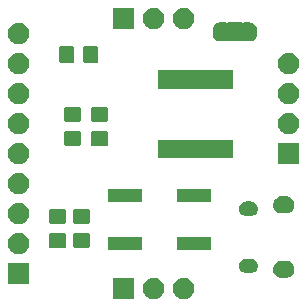
<source format=gbr>
G04 #@! TF.GenerationSoftware,KiCad,Pcbnew,(5.1.5)-3*
G04 #@! TF.CreationDate,2019-12-31T17:34:34+04:00*
G04 #@! TF.ProjectId,stm32f042_devboard,73746d33-3266-4303-9432-5f646576626f,1*
G04 #@! TF.SameCoordinates,Original*
G04 #@! TF.FileFunction,Soldermask,Top*
G04 #@! TF.FilePolarity,Negative*
%FSLAX46Y46*%
G04 Gerber Fmt 4.6, Leading zero omitted, Abs format (unit mm)*
G04 Created by KiCad (PCBNEW (5.1.5)-3) date 2019-12-31 17:34:34*
%MOMM*%
%LPD*%
G04 APERTURE LIST*
%ADD10C,0.100000*%
G04 APERTURE END LIST*
D10*
G36*
X138061000Y-101231000D02*
G01*
X136259000Y-101231000D01*
X136259000Y-99429000D01*
X138061000Y-99429000D01*
X138061000Y-101231000D01*
G37*
G36*
X139806312Y-99432495D02*
G01*
X139962812Y-99463624D01*
X140126784Y-99531544D01*
X140274354Y-99630147D01*
X140399853Y-99755646D01*
X140498456Y-99903216D01*
X140566376Y-100067188D01*
X140601000Y-100241259D01*
X140601000Y-100418741D01*
X140566376Y-100592812D01*
X140498456Y-100756784D01*
X140399853Y-100904354D01*
X140274354Y-101029853D01*
X140126784Y-101128456D01*
X139962812Y-101196376D01*
X139813512Y-101226073D01*
X139788742Y-101231000D01*
X139611258Y-101231000D01*
X139586488Y-101226073D01*
X139437188Y-101196376D01*
X139273216Y-101128456D01*
X139125646Y-101029853D01*
X139000147Y-100904354D01*
X138901544Y-100756784D01*
X138833624Y-100592812D01*
X138799000Y-100418741D01*
X138799000Y-100241259D01*
X138833624Y-100067188D01*
X138901544Y-99903216D01*
X139000147Y-99755646D01*
X139125646Y-99630147D01*
X139273216Y-99531544D01*
X139437188Y-99463624D01*
X139593688Y-99432495D01*
X139611258Y-99429000D01*
X139788742Y-99429000D01*
X139806312Y-99432495D01*
G37*
G36*
X142346312Y-99432495D02*
G01*
X142502812Y-99463624D01*
X142666784Y-99531544D01*
X142814354Y-99630147D01*
X142939853Y-99755646D01*
X143038456Y-99903216D01*
X143106376Y-100067188D01*
X143141000Y-100241259D01*
X143141000Y-100418741D01*
X143106376Y-100592812D01*
X143038456Y-100756784D01*
X142939853Y-100904354D01*
X142814354Y-101029853D01*
X142666784Y-101128456D01*
X142502812Y-101196376D01*
X142353512Y-101226073D01*
X142328742Y-101231000D01*
X142151258Y-101231000D01*
X142126488Y-101226073D01*
X141977188Y-101196376D01*
X141813216Y-101128456D01*
X141665646Y-101029853D01*
X141540147Y-100904354D01*
X141441544Y-100756784D01*
X141373624Y-100592812D01*
X141339000Y-100418741D01*
X141339000Y-100241259D01*
X141373624Y-100067188D01*
X141441544Y-99903216D01*
X141540147Y-99755646D01*
X141665646Y-99630147D01*
X141813216Y-99531544D01*
X141977188Y-99463624D01*
X142133688Y-99432495D01*
X142151258Y-99429000D01*
X142328742Y-99429000D01*
X142346312Y-99432495D01*
G37*
G36*
X129171000Y-99961000D02*
G01*
X127369000Y-99961000D01*
X127369000Y-98159000D01*
X129171000Y-98159000D01*
X129171000Y-99961000D01*
G37*
G36*
X150967213Y-97994502D02*
G01*
X151038321Y-98001505D01*
X151175172Y-98043019D01*
X151175175Y-98043020D01*
X151301294Y-98110432D01*
X151411843Y-98201157D01*
X151502568Y-98311706D01*
X151569980Y-98437825D01*
X151569981Y-98437828D01*
X151611495Y-98574679D01*
X151625512Y-98717000D01*
X151611495Y-98859321D01*
X151596385Y-98909130D01*
X151569980Y-98996175D01*
X151502568Y-99122294D01*
X151411843Y-99232843D01*
X151301294Y-99323568D01*
X151175175Y-99390980D01*
X151175172Y-99390981D01*
X151038321Y-99432495D01*
X150967213Y-99439498D01*
X150931660Y-99443000D01*
X150510340Y-99443000D01*
X150474787Y-99439498D01*
X150403679Y-99432495D01*
X150266828Y-99390981D01*
X150266825Y-99390980D01*
X150140706Y-99323568D01*
X150030157Y-99232843D01*
X149939432Y-99122294D01*
X149872020Y-98996175D01*
X149845615Y-98909130D01*
X149830505Y-98859321D01*
X149816488Y-98717000D01*
X149830505Y-98574679D01*
X149872019Y-98437828D01*
X149872020Y-98437825D01*
X149939432Y-98311706D01*
X150030157Y-98201157D01*
X150140706Y-98110432D01*
X150266825Y-98043020D01*
X150266828Y-98043019D01*
X150403679Y-98001505D01*
X150474787Y-97994502D01*
X150510340Y-97991000D01*
X150931660Y-97991000D01*
X150967213Y-97994502D01*
G37*
G36*
X148038818Y-97814696D02*
G01*
X148152105Y-97849062D01*
X148256512Y-97904869D01*
X148348027Y-97979973D01*
X148423131Y-98071488D01*
X148478938Y-98175895D01*
X148513304Y-98289182D01*
X148524907Y-98407000D01*
X148513304Y-98524818D01*
X148478938Y-98638105D01*
X148423131Y-98742512D01*
X148348027Y-98834027D01*
X148256512Y-98909131D01*
X148152105Y-98964938D01*
X148038818Y-98999304D01*
X147950519Y-99008000D01*
X147491481Y-99008000D01*
X147403182Y-98999304D01*
X147289895Y-98964938D01*
X147185488Y-98909131D01*
X147093973Y-98834027D01*
X147018869Y-98742512D01*
X146963062Y-98638105D01*
X146928696Y-98524818D01*
X146917093Y-98407000D01*
X146928696Y-98289182D01*
X146963062Y-98175895D01*
X147018869Y-98071488D01*
X147093973Y-97979973D01*
X147185488Y-97904869D01*
X147289895Y-97849062D01*
X147403182Y-97814696D01*
X147491481Y-97806000D01*
X147950519Y-97806000D01*
X148038818Y-97814696D01*
G37*
G36*
X128383512Y-95623927D02*
G01*
X128532812Y-95653624D01*
X128696784Y-95721544D01*
X128844354Y-95820147D01*
X128969853Y-95945646D01*
X129068456Y-96093216D01*
X129136376Y-96257188D01*
X129171000Y-96431259D01*
X129171000Y-96608741D01*
X129136376Y-96782812D01*
X129068456Y-96946784D01*
X128969853Y-97094354D01*
X128844354Y-97219853D01*
X128696784Y-97318456D01*
X128532812Y-97386376D01*
X128383512Y-97416073D01*
X128358742Y-97421000D01*
X128181258Y-97421000D01*
X128156488Y-97416073D01*
X128007188Y-97386376D01*
X127843216Y-97318456D01*
X127695646Y-97219853D01*
X127570147Y-97094354D01*
X127471544Y-96946784D01*
X127403624Y-96782812D01*
X127369000Y-96608741D01*
X127369000Y-96431259D01*
X127403624Y-96257188D01*
X127471544Y-96093216D01*
X127570147Y-95945646D01*
X127695646Y-95820147D01*
X127843216Y-95721544D01*
X128007188Y-95653624D01*
X128156488Y-95623927D01*
X128181258Y-95619000D01*
X128358742Y-95619000D01*
X128383512Y-95623927D01*
G37*
G36*
X138759000Y-97039000D02*
G01*
X135857000Y-97039000D01*
X135857000Y-95937000D01*
X138759000Y-95937000D01*
X138759000Y-97039000D01*
G37*
G36*
X144559000Y-97039000D02*
G01*
X141657000Y-97039000D01*
X141657000Y-95937000D01*
X144559000Y-95937000D01*
X144559000Y-97039000D01*
G37*
G36*
X132160674Y-95662465D02*
G01*
X132198367Y-95673899D01*
X132233103Y-95692466D01*
X132263548Y-95717452D01*
X132288534Y-95747897D01*
X132307101Y-95782633D01*
X132318535Y-95820326D01*
X132323000Y-95865661D01*
X132323000Y-96702339D01*
X132318535Y-96747674D01*
X132307101Y-96785367D01*
X132288534Y-96820103D01*
X132263548Y-96850548D01*
X132233103Y-96875534D01*
X132198367Y-96894101D01*
X132160674Y-96905535D01*
X132115339Y-96910000D01*
X131028661Y-96910000D01*
X130983326Y-96905535D01*
X130945633Y-96894101D01*
X130910897Y-96875534D01*
X130880452Y-96850548D01*
X130855466Y-96820103D01*
X130836899Y-96785367D01*
X130825465Y-96747674D01*
X130821000Y-96702339D01*
X130821000Y-95865661D01*
X130825465Y-95820326D01*
X130836899Y-95782633D01*
X130855466Y-95747897D01*
X130880452Y-95717452D01*
X130910897Y-95692466D01*
X130945633Y-95673899D01*
X130983326Y-95662465D01*
X131028661Y-95658000D01*
X132115339Y-95658000D01*
X132160674Y-95662465D01*
G37*
G36*
X134192674Y-95644465D02*
G01*
X134230367Y-95655899D01*
X134265103Y-95674466D01*
X134295548Y-95699452D01*
X134320534Y-95729897D01*
X134339101Y-95764633D01*
X134350535Y-95802326D01*
X134355000Y-95847661D01*
X134355000Y-96684339D01*
X134350535Y-96729674D01*
X134339101Y-96767367D01*
X134320534Y-96802103D01*
X134295548Y-96832548D01*
X134265103Y-96857534D01*
X134230367Y-96876101D01*
X134192674Y-96887535D01*
X134147339Y-96892000D01*
X133060661Y-96892000D01*
X133015326Y-96887535D01*
X132977633Y-96876101D01*
X132942897Y-96857534D01*
X132912452Y-96832548D01*
X132887466Y-96802103D01*
X132868899Y-96767367D01*
X132857465Y-96729674D01*
X132853000Y-96684339D01*
X132853000Y-95847661D01*
X132857465Y-95802326D01*
X132868899Y-95764633D01*
X132887466Y-95729897D01*
X132912452Y-95699452D01*
X132942897Y-95674466D01*
X132977633Y-95655899D01*
X133015326Y-95644465D01*
X133060661Y-95640000D01*
X134147339Y-95640000D01*
X134192674Y-95644465D01*
G37*
G36*
X128383512Y-93083927D02*
G01*
X128532812Y-93113624D01*
X128696784Y-93181544D01*
X128844354Y-93280147D01*
X128969853Y-93405646D01*
X129068456Y-93553216D01*
X129136376Y-93717188D01*
X129154653Y-93809075D01*
X129171000Y-93891258D01*
X129171000Y-94068742D01*
X129166073Y-94093512D01*
X129136376Y-94242812D01*
X129068456Y-94406784D01*
X128969853Y-94554354D01*
X128844354Y-94679853D01*
X128696784Y-94778456D01*
X128532812Y-94846376D01*
X128383512Y-94876073D01*
X128358742Y-94881000D01*
X128181258Y-94881000D01*
X128156488Y-94876073D01*
X128007188Y-94846376D01*
X127843216Y-94778456D01*
X127695646Y-94679853D01*
X127570147Y-94554354D01*
X127471544Y-94406784D01*
X127403624Y-94242812D01*
X127373927Y-94093512D01*
X127369000Y-94068742D01*
X127369000Y-93891258D01*
X127385347Y-93809075D01*
X127403624Y-93717188D01*
X127471544Y-93553216D01*
X127570147Y-93405646D01*
X127695646Y-93280147D01*
X127843216Y-93181544D01*
X128007188Y-93113624D01*
X128156488Y-93083927D01*
X128181258Y-93079000D01*
X128358742Y-93079000D01*
X128383512Y-93083927D01*
G37*
G36*
X132160674Y-93612465D02*
G01*
X132198367Y-93623899D01*
X132233103Y-93642466D01*
X132263548Y-93667452D01*
X132288534Y-93697897D01*
X132307101Y-93732633D01*
X132318535Y-93770326D01*
X132323000Y-93815661D01*
X132323000Y-94652339D01*
X132318535Y-94697674D01*
X132307101Y-94735367D01*
X132288534Y-94770103D01*
X132263548Y-94800548D01*
X132233103Y-94825534D01*
X132198367Y-94844101D01*
X132160674Y-94855535D01*
X132115339Y-94860000D01*
X131028661Y-94860000D01*
X130983326Y-94855535D01*
X130945633Y-94844101D01*
X130910897Y-94825534D01*
X130880452Y-94800548D01*
X130855466Y-94770103D01*
X130836899Y-94735367D01*
X130825465Y-94697674D01*
X130821000Y-94652339D01*
X130821000Y-93815661D01*
X130825465Y-93770326D01*
X130836899Y-93732633D01*
X130855466Y-93697897D01*
X130880452Y-93667452D01*
X130910897Y-93642466D01*
X130945633Y-93623899D01*
X130983326Y-93612465D01*
X131028661Y-93608000D01*
X132115339Y-93608000D01*
X132160674Y-93612465D01*
G37*
G36*
X134192674Y-93594465D02*
G01*
X134230367Y-93605899D01*
X134265103Y-93624466D01*
X134295548Y-93649452D01*
X134320534Y-93679897D01*
X134339101Y-93714633D01*
X134350535Y-93752326D01*
X134355000Y-93797661D01*
X134355000Y-94634339D01*
X134350535Y-94679674D01*
X134339101Y-94717367D01*
X134320534Y-94752103D01*
X134295548Y-94782548D01*
X134265103Y-94807534D01*
X134230367Y-94826101D01*
X134192674Y-94837535D01*
X134147339Y-94842000D01*
X133060661Y-94842000D01*
X133015326Y-94837535D01*
X132977633Y-94826101D01*
X132942897Y-94807534D01*
X132912452Y-94782548D01*
X132887466Y-94752103D01*
X132868899Y-94717367D01*
X132857465Y-94679674D01*
X132853000Y-94634339D01*
X132853000Y-93797661D01*
X132857465Y-93752326D01*
X132868899Y-93714633D01*
X132887466Y-93679897D01*
X132912452Y-93649452D01*
X132942897Y-93624466D01*
X132977633Y-93605899D01*
X133015326Y-93594465D01*
X133060661Y-93590000D01*
X134147339Y-93590000D01*
X134192674Y-93594465D01*
G37*
G36*
X148038818Y-92974696D02*
G01*
X148152105Y-93009062D01*
X148256512Y-93064869D01*
X148348027Y-93139973D01*
X148423131Y-93231488D01*
X148478938Y-93335895D01*
X148513304Y-93449182D01*
X148524907Y-93567000D01*
X148513304Y-93684818D01*
X148478938Y-93798105D01*
X148423131Y-93902512D01*
X148348027Y-93994027D01*
X148256512Y-94069131D01*
X148152105Y-94124938D01*
X148038818Y-94159304D01*
X147950519Y-94168000D01*
X147491481Y-94168000D01*
X147403182Y-94159304D01*
X147289895Y-94124938D01*
X147185488Y-94069131D01*
X147093973Y-93994027D01*
X147018869Y-93902512D01*
X146963062Y-93798105D01*
X146928696Y-93684818D01*
X146917093Y-93567000D01*
X146928696Y-93449182D01*
X146963062Y-93335895D01*
X147018869Y-93231488D01*
X147093973Y-93139973D01*
X147185488Y-93064869D01*
X147289895Y-93009062D01*
X147403182Y-92974696D01*
X147491481Y-92966000D01*
X147950519Y-92966000D01*
X148038818Y-92974696D01*
G37*
G36*
X150967213Y-92534502D02*
G01*
X151038321Y-92541505D01*
X151175172Y-92583019D01*
X151175175Y-92583020D01*
X151301294Y-92650432D01*
X151411843Y-92741157D01*
X151502568Y-92851706D01*
X151569980Y-92977825D01*
X151569981Y-92977828D01*
X151611495Y-93114679D01*
X151625512Y-93257000D01*
X151611495Y-93399321D01*
X151596369Y-93449184D01*
X151569980Y-93536175D01*
X151502568Y-93662294D01*
X151411843Y-93772843D01*
X151301294Y-93863568D01*
X151175175Y-93930980D01*
X151175172Y-93930981D01*
X151038321Y-93972495D01*
X150967213Y-93979498D01*
X150931660Y-93983000D01*
X150510340Y-93983000D01*
X150474787Y-93979498D01*
X150403679Y-93972495D01*
X150266828Y-93930981D01*
X150266825Y-93930980D01*
X150140706Y-93863568D01*
X150030157Y-93772843D01*
X149939432Y-93662294D01*
X149872020Y-93536175D01*
X149845631Y-93449184D01*
X149830505Y-93399321D01*
X149816488Y-93257000D01*
X149830505Y-93114679D01*
X149872019Y-92977828D01*
X149872020Y-92977825D01*
X149939432Y-92851706D01*
X150030157Y-92741157D01*
X150140706Y-92650432D01*
X150266825Y-92583020D01*
X150266828Y-92583019D01*
X150403679Y-92541505D01*
X150474787Y-92534502D01*
X150510340Y-92531000D01*
X150931660Y-92531000D01*
X150967213Y-92534502D01*
G37*
G36*
X144559000Y-93039000D02*
G01*
X141657000Y-93039000D01*
X141657000Y-91937000D01*
X144559000Y-91937000D01*
X144559000Y-93039000D01*
G37*
G36*
X138759000Y-93039000D02*
G01*
X135857000Y-93039000D01*
X135857000Y-91937000D01*
X138759000Y-91937000D01*
X138759000Y-93039000D01*
G37*
G36*
X128383512Y-90543927D02*
G01*
X128532812Y-90573624D01*
X128696784Y-90641544D01*
X128844354Y-90740147D01*
X128969853Y-90865646D01*
X129068456Y-91013216D01*
X129136376Y-91177188D01*
X129171000Y-91351259D01*
X129171000Y-91528741D01*
X129136376Y-91702812D01*
X129068456Y-91866784D01*
X128969853Y-92014354D01*
X128844354Y-92139853D01*
X128696784Y-92238456D01*
X128532812Y-92306376D01*
X128383512Y-92336073D01*
X128358742Y-92341000D01*
X128181258Y-92341000D01*
X128156488Y-92336073D01*
X128007188Y-92306376D01*
X127843216Y-92238456D01*
X127695646Y-92139853D01*
X127570147Y-92014354D01*
X127471544Y-91866784D01*
X127403624Y-91702812D01*
X127369000Y-91528741D01*
X127369000Y-91351259D01*
X127403624Y-91177188D01*
X127471544Y-91013216D01*
X127570147Y-90865646D01*
X127695646Y-90740147D01*
X127843216Y-90641544D01*
X128007188Y-90573624D01*
X128156488Y-90543927D01*
X128181258Y-90539000D01*
X128358742Y-90539000D01*
X128383512Y-90543927D01*
G37*
G36*
X128372954Y-88001827D02*
G01*
X128532812Y-88033624D01*
X128696784Y-88101544D01*
X128844354Y-88200147D01*
X128969853Y-88325646D01*
X129068456Y-88473216D01*
X129136376Y-88637188D01*
X129171000Y-88811259D01*
X129171000Y-88988741D01*
X129136376Y-89162812D01*
X129068456Y-89326784D01*
X128969853Y-89474354D01*
X128844354Y-89599853D01*
X128696784Y-89698456D01*
X128532812Y-89766376D01*
X128383512Y-89796073D01*
X128358742Y-89801000D01*
X128181258Y-89801000D01*
X128156488Y-89796073D01*
X128007188Y-89766376D01*
X127843216Y-89698456D01*
X127695646Y-89599853D01*
X127570147Y-89474354D01*
X127471544Y-89326784D01*
X127403624Y-89162812D01*
X127369000Y-88988741D01*
X127369000Y-88811259D01*
X127403624Y-88637188D01*
X127471544Y-88473216D01*
X127570147Y-88325646D01*
X127695646Y-88200147D01*
X127843216Y-88101544D01*
X128007188Y-88033624D01*
X128167046Y-88001827D01*
X128181258Y-87999000D01*
X128358742Y-87999000D01*
X128372954Y-88001827D01*
G37*
G36*
X152031000Y-89801000D02*
G01*
X150229000Y-89801000D01*
X150229000Y-87999000D01*
X152031000Y-87999000D01*
X152031000Y-89801000D01*
G37*
G36*
X146457000Y-89324000D02*
G01*
X140055000Y-89324000D01*
X140055000Y-87772000D01*
X146457000Y-87772000D01*
X146457000Y-89324000D01*
G37*
G36*
X135716674Y-87026465D02*
G01*
X135754367Y-87037899D01*
X135789103Y-87056466D01*
X135819548Y-87081452D01*
X135844534Y-87111897D01*
X135863101Y-87146633D01*
X135874535Y-87184326D01*
X135879000Y-87229661D01*
X135879000Y-88066339D01*
X135874535Y-88111674D01*
X135863101Y-88149367D01*
X135844534Y-88184103D01*
X135819548Y-88214548D01*
X135789103Y-88239534D01*
X135754367Y-88258101D01*
X135716674Y-88269535D01*
X135671339Y-88274000D01*
X134584661Y-88274000D01*
X134539326Y-88269535D01*
X134501633Y-88258101D01*
X134466897Y-88239534D01*
X134436452Y-88214548D01*
X134411466Y-88184103D01*
X134392899Y-88149367D01*
X134381465Y-88111674D01*
X134377000Y-88066339D01*
X134377000Y-87229661D01*
X134381465Y-87184326D01*
X134392899Y-87146633D01*
X134411466Y-87111897D01*
X134436452Y-87081452D01*
X134466897Y-87056466D01*
X134501633Y-87037899D01*
X134539326Y-87026465D01*
X134584661Y-87022000D01*
X135671339Y-87022000D01*
X135716674Y-87026465D01*
G37*
G36*
X133430674Y-87008465D02*
G01*
X133468367Y-87019899D01*
X133503103Y-87038466D01*
X133533548Y-87063452D01*
X133558534Y-87093897D01*
X133577101Y-87128633D01*
X133588535Y-87166326D01*
X133593000Y-87211661D01*
X133593000Y-88048339D01*
X133588535Y-88093674D01*
X133577101Y-88131367D01*
X133558534Y-88166103D01*
X133533548Y-88196548D01*
X133503103Y-88221534D01*
X133468367Y-88240101D01*
X133430674Y-88251535D01*
X133385339Y-88256000D01*
X132298661Y-88256000D01*
X132253326Y-88251535D01*
X132215633Y-88240101D01*
X132180897Y-88221534D01*
X132150452Y-88196548D01*
X132125466Y-88166103D01*
X132106899Y-88131367D01*
X132095465Y-88093674D01*
X132091000Y-88048339D01*
X132091000Y-87211661D01*
X132095465Y-87166326D01*
X132106899Y-87128633D01*
X132125466Y-87093897D01*
X132150452Y-87063452D01*
X132180897Y-87038466D01*
X132215633Y-87019899D01*
X132253326Y-87008465D01*
X132298661Y-87004000D01*
X133385339Y-87004000D01*
X133430674Y-87008465D01*
G37*
G36*
X151243512Y-85463927D02*
G01*
X151392812Y-85493624D01*
X151556784Y-85561544D01*
X151704354Y-85660147D01*
X151829853Y-85785646D01*
X151928456Y-85933216D01*
X151996376Y-86097188D01*
X152031000Y-86271259D01*
X152031000Y-86448741D01*
X151996376Y-86622812D01*
X151928456Y-86786784D01*
X151829853Y-86934354D01*
X151704354Y-87059853D01*
X151556784Y-87158456D01*
X151392812Y-87226376D01*
X151243512Y-87256073D01*
X151218742Y-87261000D01*
X151041258Y-87261000D01*
X151016488Y-87256073D01*
X150867188Y-87226376D01*
X150703216Y-87158456D01*
X150555646Y-87059853D01*
X150430147Y-86934354D01*
X150331544Y-86786784D01*
X150263624Y-86622812D01*
X150229000Y-86448741D01*
X150229000Y-86271259D01*
X150263624Y-86097188D01*
X150331544Y-85933216D01*
X150430147Y-85785646D01*
X150555646Y-85660147D01*
X150703216Y-85561544D01*
X150867188Y-85493624D01*
X151016488Y-85463927D01*
X151041258Y-85459000D01*
X151218742Y-85459000D01*
X151243512Y-85463927D01*
G37*
G36*
X128383512Y-85463927D02*
G01*
X128532812Y-85493624D01*
X128696784Y-85561544D01*
X128844354Y-85660147D01*
X128969853Y-85785646D01*
X129068456Y-85933216D01*
X129136376Y-86097188D01*
X129171000Y-86271259D01*
X129171000Y-86448741D01*
X129136376Y-86622812D01*
X129068456Y-86786784D01*
X128969853Y-86934354D01*
X128844354Y-87059853D01*
X128696784Y-87158456D01*
X128532812Y-87226376D01*
X128383512Y-87256073D01*
X128358742Y-87261000D01*
X128181258Y-87261000D01*
X128156488Y-87256073D01*
X128007188Y-87226376D01*
X127843216Y-87158456D01*
X127695646Y-87059853D01*
X127570147Y-86934354D01*
X127471544Y-86786784D01*
X127403624Y-86622812D01*
X127369000Y-86448741D01*
X127369000Y-86271259D01*
X127403624Y-86097188D01*
X127471544Y-85933216D01*
X127570147Y-85785646D01*
X127695646Y-85660147D01*
X127843216Y-85561544D01*
X128007188Y-85493624D01*
X128156488Y-85463927D01*
X128181258Y-85459000D01*
X128358742Y-85459000D01*
X128383512Y-85463927D01*
G37*
G36*
X135716674Y-84976465D02*
G01*
X135754367Y-84987899D01*
X135789103Y-85006466D01*
X135819548Y-85031452D01*
X135844534Y-85061897D01*
X135863101Y-85096633D01*
X135874535Y-85134326D01*
X135879000Y-85179661D01*
X135879000Y-86016339D01*
X135874535Y-86061674D01*
X135863101Y-86099367D01*
X135844534Y-86134103D01*
X135819548Y-86164548D01*
X135789103Y-86189534D01*
X135754367Y-86208101D01*
X135716674Y-86219535D01*
X135671339Y-86224000D01*
X134584661Y-86224000D01*
X134539326Y-86219535D01*
X134501633Y-86208101D01*
X134466897Y-86189534D01*
X134436452Y-86164548D01*
X134411466Y-86134103D01*
X134392899Y-86099367D01*
X134381465Y-86061674D01*
X134377000Y-86016339D01*
X134377000Y-85179661D01*
X134381465Y-85134326D01*
X134392899Y-85096633D01*
X134411466Y-85061897D01*
X134436452Y-85031452D01*
X134466897Y-85006466D01*
X134501633Y-84987899D01*
X134539326Y-84976465D01*
X134584661Y-84972000D01*
X135671339Y-84972000D01*
X135716674Y-84976465D01*
G37*
G36*
X133430674Y-84958465D02*
G01*
X133468367Y-84969899D01*
X133503103Y-84988466D01*
X133533548Y-85013452D01*
X133558534Y-85043897D01*
X133577101Y-85078633D01*
X133588535Y-85116326D01*
X133593000Y-85161661D01*
X133593000Y-85998339D01*
X133588535Y-86043674D01*
X133577101Y-86081367D01*
X133558534Y-86116103D01*
X133533548Y-86146548D01*
X133503103Y-86171534D01*
X133468367Y-86190101D01*
X133430674Y-86201535D01*
X133385339Y-86206000D01*
X132298661Y-86206000D01*
X132253326Y-86201535D01*
X132215633Y-86190101D01*
X132180897Y-86171534D01*
X132150452Y-86146548D01*
X132125466Y-86116103D01*
X132106899Y-86081367D01*
X132095465Y-86043674D01*
X132091000Y-85998339D01*
X132091000Y-85161661D01*
X132095465Y-85116326D01*
X132106899Y-85078633D01*
X132125466Y-85043897D01*
X132150452Y-85013452D01*
X132180897Y-84988466D01*
X132215633Y-84969899D01*
X132253326Y-84958465D01*
X132298661Y-84954000D01*
X133385339Y-84954000D01*
X133430674Y-84958465D01*
G37*
G36*
X151243512Y-82923927D02*
G01*
X151392812Y-82953624D01*
X151556784Y-83021544D01*
X151704354Y-83120147D01*
X151829853Y-83245646D01*
X151928456Y-83393216D01*
X151996376Y-83557188D01*
X152031000Y-83731259D01*
X152031000Y-83908741D01*
X151996376Y-84082812D01*
X151928456Y-84246784D01*
X151829853Y-84394354D01*
X151704354Y-84519853D01*
X151556784Y-84618456D01*
X151392812Y-84686376D01*
X151243512Y-84716073D01*
X151218742Y-84721000D01*
X151041258Y-84721000D01*
X151016488Y-84716073D01*
X150867188Y-84686376D01*
X150703216Y-84618456D01*
X150555646Y-84519853D01*
X150430147Y-84394354D01*
X150331544Y-84246784D01*
X150263624Y-84082812D01*
X150229000Y-83908741D01*
X150229000Y-83731259D01*
X150263624Y-83557188D01*
X150331544Y-83393216D01*
X150430147Y-83245646D01*
X150555646Y-83120147D01*
X150703216Y-83021544D01*
X150867188Y-82953624D01*
X151016488Y-82923927D01*
X151041258Y-82919000D01*
X151218742Y-82919000D01*
X151243512Y-82923927D01*
G37*
G36*
X128383512Y-82923927D02*
G01*
X128532812Y-82953624D01*
X128696784Y-83021544D01*
X128844354Y-83120147D01*
X128969853Y-83245646D01*
X129068456Y-83393216D01*
X129136376Y-83557188D01*
X129171000Y-83731259D01*
X129171000Y-83908741D01*
X129136376Y-84082812D01*
X129068456Y-84246784D01*
X128969853Y-84394354D01*
X128844354Y-84519853D01*
X128696784Y-84618456D01*
X128532812Y-84686376D01*
X128383512Y-84716073D01*
X128358742Y-84721000D01*
X128181258Y-84721000D01*
X128156488Y-84716073D01*
X128007188Y-84686376D01*
X127843216Y-84618456D01*
X127695646Y-84519853D01*
X127570147Y-84394354D01*
X127471544Y-84246784D01*
X127403624Y-84082812D01*
X127369000Y-83908741D01*
X127369000Y-83731259D01*
X127403624Y-83557188D01*
X127471544Y-83393216D01*
X127570147Y-83245646D01*
X127695646Y-83120147D01*
X127843216Y-83021544D01*
X128007188Y-82953624D01*
X128156488Y-82923927D01*
X128181258Y-82919000D01*
X128358742Y-82919000D01*
X128383512Y-82923927D01*
G37*
G36*
X146457000Y-83424000D02*
G01*
X140055000Y-83424000D01*
X140055000Y-81872000D01*
X146457000Y-81872000D01*
X146457000Y-83424000D01*
G37*
G36*
X151243512Y-80383927D02*
G01*
X151392812Y-80413624D01*
X151556784Y-80481544D01*
X151704354Y-80580147D01*
X151829853Y-80705646D01*
X151928456Y-80853216D01*
X151996376Y-81017188D01*
X152031000Y-81191259D01*
X152031000Y-81368741D01*
X151996376Y-81542812D01*
X151928456Y-81706784D01*
X151829853Y-81854354D01*
X151704354Y-81979853D01*
X151556784Y-82078456D01*
X151392812Y-82146376D01*
X151243512Y-82176073D01*
X151218742Y-82181000D01*
X151041258Y-82181000D01*
X151016488Y-82176073D01*
X150867188Y-82146376D01*
X150703216Y-82078456D01*
X150555646Y-81979853D01*
X150430147Y-81854354D01*
X150331544Y-81706784D01*
X150263624Y-81542812D01*
X150229000Y-81368741D01*
X150229000Y-81191259D01*
X150263624Y-81017188D01*
X150331544Y-80853216D01*
X150430147Y-80705646D01*
X150555646Y-80580147D01*
X150703216Y-80481544D01*
X150867188Y-80413624D01*
X151016488Y-80383927D01*
X151041258Y-80379000D01*
X151218742Y-80379000D01*
X151243512Y-80383927D01*
G37*
G36*
X128383512Y-80383927D02*
G01*
X128532812Y-80413624D01*
X128696784Y-80481544D01*
X128844354Y-80580147D01*
X128969853Y-80705646D01*
X129068456Y-80853216D01*
X129136376Y-81017188D01*
X129171000Y-81191259D01*
X129171000Y-81368741D01*
X129136376Y-81542812D01*
X129068456Y-81706784D01*
X128969853Y-81854354D01*
X128844354Y-81979853D01*
X128696784Y-82078456D01*
X128532812Y-82146376D01*
X128383512Y-82176073D01*
X128358742Y-82181000D01*
X128181258Y-82181000D01*
X128156488Y-82176073D01*
X128007188Y-82146376D01*
X127843216Y-82078456D01*
X127695646Y-81979853D01*
X127570147Y-81854354D01*
X127471544Y-81706784D01*
X127403624Y-81542812D01*
X127369000Y-81368741D01*
X127369000Y-81191259D01*
X127403624Y-81017188D01*
X127471544Y-80853216D01*
X127570147Y-80705646D01*
X127695646Y-80580147D01*
X127843216Y-80481544D01*
X128007188Y-80413624D01*
X128156488Y-80383927D01*
X128181258Y-80379000D01*
X128358742Y-80379000D01*
X128383512Y-80383927D01*
G37*
G36*
X132797674Y-79771465D02*
G01*
X132835367Y-79782899D01*
X132870103Y-79801466D01*
X132900548Y-79826452D01*
X132925534Y-79856897D01*
X132944101Y-79891633D01*
X132955535Y-79929326D01*
X132960000Y-79974661D01*
X132960000Y-81061339D01*
X132955535Y-81106674D01*
X132944101Y-81144367D01*
X132925534Y-81179103D01*
X132900548Y-81209548D01*
X132870103Y-81234534D01*
X132835367Y-81253101D01*
X132797674Y-81264535D01*
X132752339Y-81269000D01*
X131915661Y-81269000D01*
X131870326Y-81264535D01*
X131832633Y-81253101D01*
X131797897Y-81234534D01*
X131767452Y-81209548D01*
X131742466Y-81179103D01*
X131723899Y-81144367D01*
X131712465Y-81106674D01*
X131708000Y-81061339D01*
X131708000Y-79974661D01*
X131712465Y-79929326D01*
X131723899Y-79891633D01*
X131742466Y-79856897D01*
X131767452Y-79826452D01*
X131797897Y-79801466D01*
X131832633Y-79782899D01*
X131870326Y-79771465D01*
X131915661Y-79767000D01*
X132752339Y-79767000D01*
X132797674Y-79771465D01*
G37*
G36*
X134847674Y-79771465D02*
G01*
X134885367Y-79782899D01*
X134920103Y-79801466D01*
X134950548Y-79826452D01*
X134975534Y-79856897D01*
X134994101Y-79891633D01*
X135005535Y-79929326D01*
X135010000Y-79974661D01*
X135010000Y-81061339D01*
X135005535Y-81106674D01*
X134994101Y-81144367D01*
X134975534Y-81179103D01*
X134950548Y-81209548D01*
X134920103Y-81234534D01*
X134885367Y-81253101D01*
X134847674Y-81264535D01*
X134802339Y-81269000D01*
X133965661Y-81269000D01*
X133920326Y-81264535D01*
X133882633Y-81253101D01*
X133847897Y-81234534D01*
X133817452Y-81209548D01*
X133792466Y-81179103D01*
X133773899Y-81144367D01*
X133762465Y-81106674D01*
X133758000Y-81061339D01*
X133758000Y-79974661D01*
X133762465Y-79929326D01*
X133773899Y-79891633D01*
X133792466Y-79856897D01*
X133817452Y-79826452D01*
X133847897Y-79801466D01*
X133882633Y-79782899D01*
X133920326Y-79771465D01*
X133965661Y-79767000D01*
X134802339Y-79767000D01*
X134847674Y-79771465D01*
G37*
G36*
X128380807Y-77843389D02*
G01*
X128532812Y-77873624D01*
X128696784Y-77941544D01*
X128844354Y-78040147D01*
X128969853Y-78165646D01*
X129068456Y-78313216D01*
X129136376Y-78477188D01*
X129171000Y-78651259D01*
X129171000Y-78828741D01*
X129136376Y-79002812D01*
X129068456Y-79166784D01*
X128969853Y-79314354D01*
X128844354Y-79439853D01*
X128696784Y-79538456D01*
X128532812Y-79606376D01*
X128383512Y-79636073D01*
X128358742Y-79641000D01*
X128181258Y-79641000D01*
X128156488Y-79636073D01*
X128007188Y-79606376D01*
X127843216Y-79538456D01*
X127695646Y-79439853D01*
X127570147Y-79314354D01*
X127471544Y-79166784D01*
X127403624Y-79002812D01*
X127369000Y-78828741D01*
X127369000Y-78651259D01*
X127403624Y-78477188D01*
X127471544Y-78313216D01*
X127570147Y-78165646D01*
X127695646Y-78040147D01*
X127843216Y-77941544D01*
X128007188Y-77873624D01*
X128159193Y-77843389D01*
X128181258Y-77839000D01*
X128358742Y-77839000D01*
X128380807Y-77843389D01*
G37*
G36*
X145847999Y-77812737D02*
G01*
X145862528Y-77817145D01*
X145875711Y-77822606D01*
X145899745Y-77827388D01*
X145924249Y-77827389D01*
X145948282Y-77822609D01*
X145970921Y-77813232D01*
X145972765Y-77812000D01*
X147204050Y-77812000D01*
X147216164Y-77818475D01*
X147239613Y-77825588D01*
X147263999Y-77827990D01*
X147288385Y-77825588D01*
X147311834Y-77818475D01*
X147316746Y-77816152D01*
X147328001Y-77812737D01*
X147344140Y-77811148D01*
X147881861Y-77811148D01*
X147900199Y-77812954D01*
X147912450Y-77813556D01*
X147930869Y-77813556D01*
X147953149Y-77815750D01*
X148037233Y-77832476D01*
X148058660Y-77838976D01*
X148137858Y-77871780D01*
X148143303Y-77874691D01*
X148143309Y-77874693D01*
X148152169Y-77879429D01*
X148152173Y-77879432D01*
X148157614Y-77882340D01*
X148228899Y-77929971D01*
X148246204Y-77944172D01*
X148306828Y-78004796D01*
X148321029Y-78022101D01*
X148368660Y-78093386D01*
X148371568Y-78098827D01*
X148371571Y-78098831D01*
X148376307Y-78107691D01*
X148376309Y-78107697D01*
X148379220Y-78113142D01*
X148412024Y-78192340D01*
X148418524Y-78213767D01*
X148435250Y-78297851D01*
X148437444Y-78320131D01*
X148437444Y-78338550D01*
X148438046Y-78350801D01*
X148439852Y-78369139D01*
X148439852Y-78856862D01*
X148438046Y-78875199D01*
X148437444Y-78887450D01*
X148437444Y-78905869D01*
X148435250Y-78928149D01*
X148418524Y-79012233D01*
X148412024Y-79033660D01*
X148379220Y-79112858D01*
X148376309Y-79118303D01*
X148376307Y-79118309D01*
X148371571Y-79127169D01*
X148371568Y-79127173D01*
X148368660Y-79132614D01*
X148321029Y-79203899D01*
X148306828Y-79221204D01*
X148246204Y-79281828D01*
X148228899Y-79296029D01*
X148157614Y-79343660D01*
X148152173Y-79346568D01*
X148152169Y-79346571D01*
X148143309Y-79351307D01*
X148143303Y-79351309D01*
X148137858Y-79354220D01*
X148058660Y-79387024D01*
X148037233Y-79393524D01*
X147953149Y-79410250D01*
X147930869Y-79412444D01*
X147912450Y-79412444D01*
X147900199Y-79413046D01*
X147881862Y-79414852D01*
X147344140Y-79414852D01*
X147328001Y-79413263D01*
X147313472Y-79408855D01*
X147300289Y-79403394D01*
X147276255Y-79398612D01*
X147251751Y-79398611D01*
X147227718Y-79403391D01*
X147205079Y-79412768D01*
X147203235Y-79414000D01*
X145971950Y-79414000D01*
X145959836Y-79407525D01*
X145936387Y-79400412D01*
X145912001Y-79398010D01*
X145887615Y-79400412D01*
X145864166Y-79407525D01*
X145859254Y-79409848D01*
X145847999Y-79413263D01*
X145831860Y-79414852D01*
X145294138Y-79414852D01*
X145275801Y-79413046D01*
X145263550Y-79412444D01*
X145245131Y-79412444D01*
X145222851Y-79410250D01*
X145138767Y-79393524D01*
X145117340Y-79387024D01*
X145038142Y-79354220D01*
X145032697Y-79351309D01*
X145032691Y-79351307D01*
X145023831Y-79346571D01*
X145023827Y-79346568D01*
X145018386Y-79343660D01*
X144947101Y-79296029D01*
X144929796Y-79281828D01*
X144869172Y-79221204D01*
X144854971Y-79203899D01*
X144807340Y-79132614D01*
X144804432Y-79127173D01*
X144804429Y-79127169D01*
X144799693Y-79118309D01*
X144799691Y-79118303D01*
X144796780Y-79112858D01*
X144763976Y-79033660D01*
X144757476Y-79012233D01*
X144740750Y-78928149D01*
X144738556Y-78905869D01*
X144738556Y-78887450D01*
X144737954Y-78875199D01*
X144736148Y-78856862D01*
X144736148Y-78369139D01*
X144737954Y-78350801D01*
X144738556Y-78338550D01*
X144738556Y-78320131D01*
X144740750Y-78297851D01*
X144757476Y-78213767D01*
X144763976Y-78192340D01*
X144796780Y-78113142D01*
X144799691Y-78107697D01*
X144799693Y-78107691D01*
X144804429Y-78098831D01*
X144804432Y-78098827D01*
X144807340Y-78093386D01*
X144854971Y-78022101D01*
X144869172Y-78004796D01*
X144929796Y-77944172D01*
X144947101Y-77929971D01*
X145018386Y-77882340D01*
X145023827Y-77879432D01*
X145023831Y-77879429D01*
X145032691Y-77874693D01*
X145032697Y-77874691D01*
X145038142Y-77871780D01*
X145117340Y-77838976D01*
X145138767Y-77832476D01*
X145222851Y-77815750D01*
X145245131Y-77813556D01*
X145263550Y-77813556D01*
X145275801Y-77812954D01*
X145294139Y-77811148D01*
X145831860Y-77811148D01*
X145847999Y-77812737D01*
G37*
G36*
X142353512Y-76573927D02*
G01*
X142502812Y-76603624D01*
X142666784Y-76671544D01*
X142814354Y-76770147D01*
X142939853Y-76895646D01*
X143038456Y-77043216D01*
X143106376Y-77207188D01*
X143141000Y-77381259D01*
X143141000Y-77558741D01*
X143106376Y-77732812D01*
X143038456Y-77896784D01*
X142939853Y-78044354D01*
X142814354Y-78169853D01*
X142666784Y-78268456D01*
X142502812Y-78336376D01*
X142353512Y-78366073D01*
X142328742Y-78371000D01*
X142151258Y-78371000D01*
X142126488Y-78366073D01*
X141977188Y-78336376D01*
X141813216Y-78268456D01*
X141665646Y-78169853D01*
X141540147Y-78044354D01*
X141441544Y-77896784D01*
X141373624Y-77732812D01*
X141339000Y-77558741D01*
X141339000Y-77381259D01*
X141373624Y-77207188D01*
X141441544Y-77043216D01*
X141540147Y-76895646D01*
X141665646Y-76770147D01*
X141813216Y-76671544D01*
X141977188Y-76603624D01*
X142126488Y-76573927D01*
X142151258Y-76569000D01*
X142328742Y-76569000D01*
X142353512Y-76573927D01*
G37*
G36*
X139813512Y-76573927D02*
G01*
X139962812Y-76603624D01*
X140126784Y-76671544D01*
X140274354Y-76770147D01*
X140399853Y-76895646D01*
X140498456Y-77043216D01*
X140566376Y-77207188D01*
X140601000Y-77381259D01*
X140601000Y-77558741D01*
X140566376Y-77732812D01*
X140498456Y-77896784D01*
X140399853Y-78044354D01*
X140274354Y-78169853D01*
X140126784Y-78268456D01*
X139962812Y-78336376D01*
X139813512Y-78366073D01*
X139788742Y-78371000D01*
X139611258Y-78371000D01*
X139586488Y-78366073D01*
X139437188Y-78336376D01*
X139273216Y-78268456D01*
X139125646Y-78169853D01*
X139000147Y-78044354D01*
X138901544Y-77896784D01*
X138833624Y-77732812D01*
X138799000Y-77558741D01*
X138799000Y-77381259D01*
X138833624Y-77207188D01*
X138901544Y-77043216D01*
X139000147Y-76895646D01*
X139125646Y-76770147D01*
X139273216Y-76671544D01*
X139437188Y-76603624D01*
X139586488Y-76573927D01*
X139611258Y-76569000D01*
X139788742Y-76569000D01*
X139813512Y-76573927D01*
G37*
G36*
X138061000Y-78371000D02*
G01*
X136259000Y-78371000D01*
X136259000Y-76569000D01*
X138061000Y-76569000D01*
X138061000Y-78371000D01*
G37*
M02*

</source>
